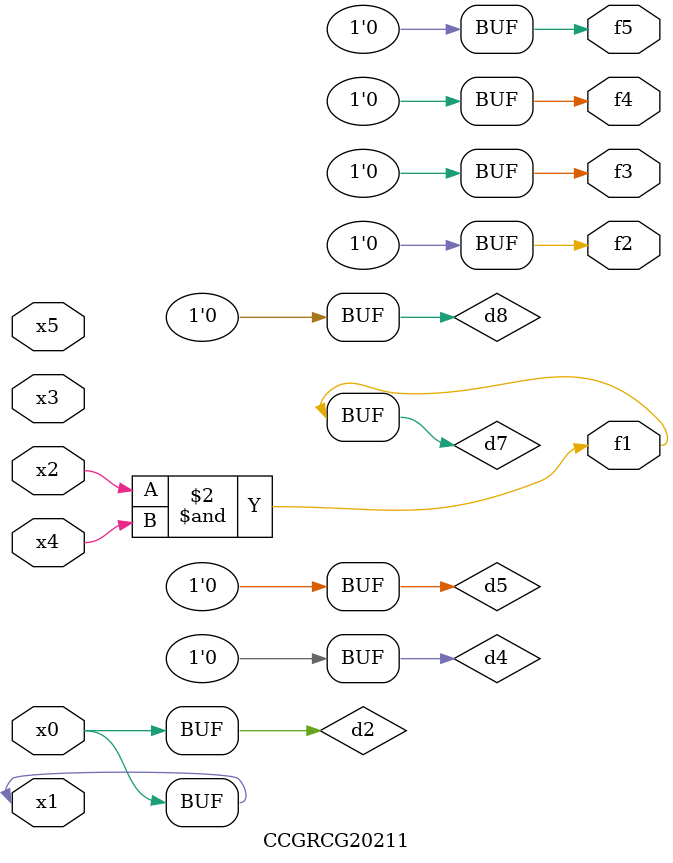
<source format=v>
module CCGRCG20211(
	input x0, x1, x2, x3, x4, x5,
	output f1, f2, f3, f4, f5
);

	wire d1, d2, d3, d4, d5, d6, d7, d8, d9;

	nand (d1, x1);
	buf (d2, x0, x1);
	nand (d3, x2, x4);
	and (d4, d1, d2);
	and (d5, d1, d2);
	nand (d6, d1, d3);
	not (d7, d3);
	xor (d8, d5);
	nor (d9, d5, d6);
	assign f1 = d7;
	assign f2 = d8;
	assign f3 = d8;
	assign f4 = d8;
	assign f5 = d8;
endmodule

</source>
